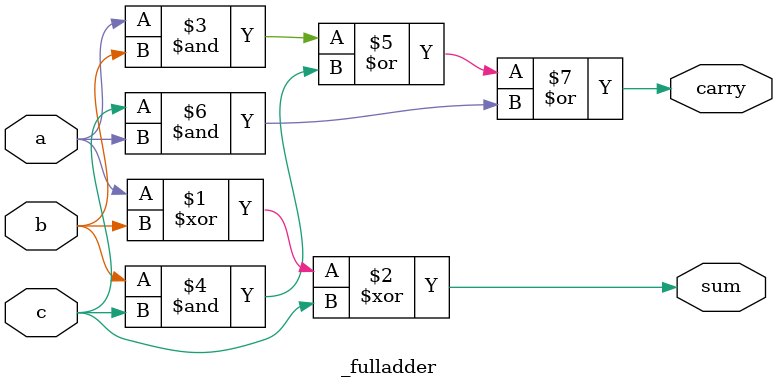
<source format=v>
module _fulladder(
    a,
    b,
    c,
    sum,
    carry
);
input a;
input b;    
input c;
output sum;
output carry;

assign sum = a ^ b ^ c;
assign carry = (a & b) | (b & c) | (c & a);

endmodule

</source>
